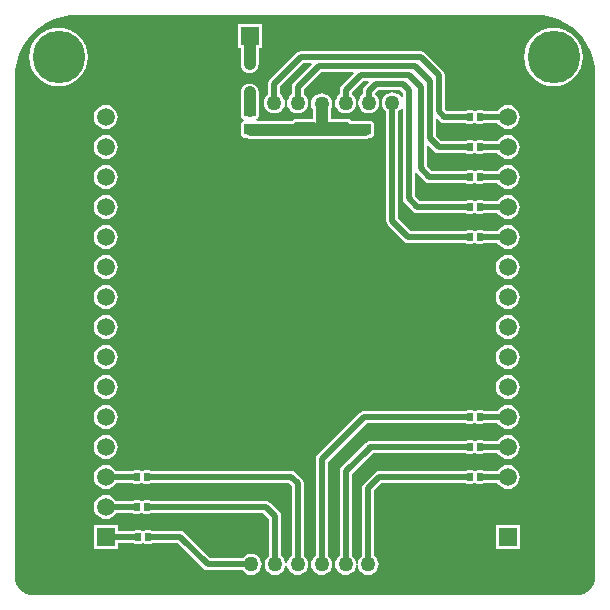
<source format=gtl>
%FSLAX25Y25*%
%MOIN*%
G70*
G01*
G75*
G04 Layer_Physical_Order=1*
G04 Layer_Color=255*
%ADD10C,0.03937*%
G04:AMPARAMS|DCode=11|XSize=19.69mil|YSize=31.5mil|CornerRadius=0.98mil|HoleSize=0mil|Usage=FLASHONLY|Rotation=180.000|XOffset=0mil|YOffset=0mil|HoleType=Round|Shape=RoundedRectangle|*
%AMROUNDEDRECTD11*
21,1,0.01969,0.02953,0,0,180.0*
21,1,0.01772,0.03150,0,0,180.0*
1,1,0.00197,-0.00886,0.01476*
1,1,0.00197,0.00886,0.01476*
1,1,0.00197,0.00886,-0.01476*
1,1,0.00197,-0.00886,-0.01476*
%
%ADD11ROUNDEDRECTD11*%
G04:AMPARAMS|DCode=12|XSize=35.43mil|YSize=39.37mil|CornerRadius=1.77mil|HoleSize=0mil|Usage=FLASHONLY|Rotation=270.000|XOffset=0mil|YOffset=0mil|HoleType=Round|Shape=RoundedRectangle|*
%AMROUNDEDRECTD12*
21,1,0.03543,0.03583,0,0,270.0*
21,1,0.03189,0.03937,0,0,270.0*
1,1,0.00354,-0.01791,-0.01595*
1,1,0.00354,-0.01791,0.01595*
1,1,0.00354,0.01791,0.01595*
1,1,0.00354,0.01791,-0.01595*
%
%ADD12ROUNDEDRECTD12*%
G04:AMPARAMS|DCode=13|XSize=19.69mil|YSize=23.62mil|CornerRadius=0.98mil|HoleSize=0mil|Usage=FLASHONLY|Rotation=0.000|XOffset=0mil|YOffset=0mil|HoleType=Round|Shape=RoundedRectangle|*
%AMROUNDEDRECTD13*
21,1,0.01969,0.02165,0,0,0.0*
21,1,0.01772,0.02362,0,0,0.0*
1,1,0.00197,0.00886,-0.01083*
1,1,0.00197,-0.00886,-0.01083*
1,1,0.00197,-0.00886,0.01083*
1,1,0.00197,0.00886,0.01083*
%
%ADD13ROUNDEDRECTD13*%
G04:AMPARAMS|DCode=14|XSize=47.24mil|YSize=70.87mil|CornerRadius=4.72mil|HoleSize=0mil|Usage=FLASHONLY|Rotation=270.000|XOffset=0mil|YOffset=0mil|HoleType=Round|Shape=RoundedRectangle|*
%AMROUNDEDRECTD14*
21,1,0.04724,0.06142,0,0,270.0*
21,1,0.03780,0.07087,0,0,270.0*
1,1,0.00945,-0.03071,-0.01890*
1,1,0.00945,-0.03071,0.01890*
1,1,0.00945,0.03071,0.01890*
1,1,0.00945,0.03071,-0.01890*
%
%ADD14ROUNDEDRECTD14*%
G04:AMPARAMS|DCode=15|XSize=196.85mil|YSize=78.74mil|CornerRadius=3.94mil|HoleSize=0mil|Usage=FLASHONLY|Rotation=270.000|XOffset=0mil|YOffset=0mil|HoleType=Round|Shape=RoundedRectangle|*
%AMROUNDEDRECTD15*
21,1,0.19685,0.07087,0,0,270.0*
21,1,0.18898,0.07874,0,0,270.0*
1,1,0.00787,-0.03543,-0.09449*
1,1,0.00787,-0.03543,0.09449*
1,1,0.00787,0.03543,0.09449*
1,1,0.00787,0.03543,-0.09449*
%
%ADD15ROUNDEDRECTD15*%
%ADD16C,0.01969*%
%ADD17R,0.05906X0.05906*%
%ADD18C,0.05906*%
%ADD19R,0.05906X0.05906*%
%ADD20C,0.17500*%
%ADD21C,0.05000*%
G36*
X22787Y195229D02*
X175169D01*
X175260Y195247D01*
X177790Y195081D01*
X180367Y194569D01*
X182855Y193724D01*
X185211Y192562D01*
X187395Y191103D01*
X189370Y189370D01*
X191103Y187395D01*
X192562Y185211D01*
X193724Y182855D01*
X194569Y180367D01*
X195081Y177790D01*
X195247Y175260D01*
X195229Y175169D01*
Y7874D01*
X195236Y7836D01*
X195120Y6652D01*
X194763Y5477D01*
X194184Y4394D01*
X193405Y3445D01*
X192456Y2666D01*
X191373Y2087D01*
X190198Y1731D01*
X189014Y1614D01*
X188976Y1622D01*
X7874D01*
X7836Y1614D01*
X6652Y1731D01*
X5477Y2087D01*
X4394Y2666D01*
X3445Y3445D01*
X2666Y4394D01*
X2087Y5477D01*
X1731Y6652D01*
X1614Y7836D01*
X1622Y7874D01*
Y174063D01*
X1602Y174163D01*
X1777Y176829D01*
X2317Y179548D01*
X3208Y182173D01*
X4434Y184659D01*
X5974Y186964D01*
X7802Y189048D01*
X9886Y190876D01*
X12191Y192416D01*
X14677Y193642D01*
X17302Y194533D01*
X20021Y195074D01*
X22687Y195249D01*
X22787Y195229D01*
D02*
G37*
%LPC*%
G36*
X32000Y85085D02*
X30968Y84949D01*
X30007Y84551D01*
X29181Y83918D01*
X28547Y83092D01*
X28149Y82130D01*
X28013Y81098D01*
X28149Y80067D01*
X28547Y79105D01*
X29181Y78279D01*
X30007Y77646D01*
X30968Y77247D01*
X32000Y77112D01*
X33032Y77247D01*
X33993Y77646D01*
X34819Y78279D01*
X35453Y79105D01*
X35851Y80067D01*
X35987Y81098D01*
X35851Y82130D01*
X35453Y83092D01*
X34819Y83918D01*
X33993Y84551D01*
X33032Y84949D01*
X32000Y85085D01*
D02*
G37*
G36*
X166000Y75087D02*
X164968Y74951D01*
X164007Y74553D01*
X163181Y73919D01*
X162547Y73093D01*
X162149Y72132D01*
X162013Y71100D01*
X162149Y70068D01*
X162547Y69107D01*
X163181Y68281D01*
X164007Y67647D01*
X164968Y67249D01*
X166000Y67113D01*
X167032Y67249D01*
X167993Y67647D01*
X168819Y68281D01*
X169453Y69107D01*
X169851Y70068D01*
X169987Y71100D01*
X169851Y72132D01*
X169453Y73093D01*
X168819Y73919D01*
X167993Y74553D01*
X167032Y74951D01*
X166000Y75087D01*
D02*
G37*
G36*
X32000Y75085D02*
X30968Y74949D01*
X30007Y74551D01*
X29181Y73918D01*
X28547Y73092D01*
X28149Y72130D01*
X28013Y71098D01*
X28149Y70066D01*
X28547Y69105D01*
X29181Y68279D01*
X30007Y67646D01*
X30968Y67247D01*
X32000Y67112D01*
X33032Y67247D01*
X33993Y67646D01*
X34819Y68279D01*
X35453Y69105D01*
X35851Y70066D01*
X35987Y71098D01*
X35851Y72130D01*
X35453Y73092D01*
X34819Y73918D01*
X33993Y74551D01*
X33032Y74949D01*
X32000Y75085D01*
D02*
G37*
G36*
X166000Y95087D02*
X164968Y94951D01*
X164007Y94553D01*
X163181Y93919D01*
X162547Y93093D01*
X162149Y92132D01*
X162013Y91100D01*
X162149Y90068D01*
X162547Y89107D01*
X163181Y88281D01*
X164007Y87647D01*
X164968Y87249D01*
X166000Y87113D01*
X167032Y87249D01*
X167993Y87647D01*
X168819Y88281D01*
X169453Y89107D01*
X169851Y90068D01*
X169987Y91100D01*
X169851Y92132D01*
X169453Y93093D01*
X168819Y93919D01*
X167993Y94553D01*
X167032Y94951D01*
X166000Y95087D01*
D02*
G37*
G36*
X32000Y95085D02*
X30968Y94949D01*
X30007Y94551D01*
X29181Y93918D01*
X28547Y93092D01*
X28149Y92130D01*
X28013Y91098D01*
X28149Y90066D01*
X28547Y89105D01*
X29181Y88279D01*
X30007Y87646D01*
X30968Y87247D01*
X32000Y87112D01*
X33032Y87247D01*
X33993Y87646D01*
X34819Y88279D01*
X35453Y89105D01*
X35851Y90066D01*
X35987Y91098D01*
X35851Y92130D01*
X35453Y93092D01*
X34819Y93918D01*
X33993Y94551D01*
X33032Y94949D01*
X32000Y95085D01*
D02*
G37*
G36*
X166000Y85087D02*
X164968Y84951D01*
X164007Y84553D01*
X163181Y83919D01*
X162547Y83093D01*
X162149Y82132D01*
X162013Y81100D01*
X162149Y80068D01*
X162547Y79107D01*
X163181Y78281D01*
X164007Y77647D01*
X164968Y77249D01*
X166000Y77113D01*
X167032Y77249D01*
X167993Y77647D01*
X168819Y78281D01*
X169453Y79107D01*
X169851Y80068D01*
X169987Y81100D01*
X169851Y82132D01*
X169453Y83093D01*
X168819Y83919D01*
X167993Y84553D01*
X167032Y84951D01*
X166000Y85087D01*
D02*
G37*
G36*
Y65087D02*
X164968Y64951D01*
X164007Y64553D01*
X163181Y63919D01*
X162570Y63123D01*
X158126D01*
X157988Y63216D01*
X157559Y63301D01*
X155787D01*
X155359Y63216D01*
X155000Y62976D01*
X154641Y63216D01*
X154213Y63301D01*
X152441D01*
X152012Y63216D01*
X151871Y63122D01*
X118098D01*
X117324Y62968D01*
X116668Y62529D01*
X102569Y48431D01*
X102131Y47774D01*
X101977Y47000D01*
Y14859D01*
X101504Y14496D01*
X100943Y13765D01*
X100590Y12914D01*
X100470Y12000D01*
X100590Y11086D01*
X100943Y10235D01*
X101504Y9504D01*
X102235Y8943D01*
X103086Y8590D01*
X104000Y8470D01*
X104914Y8590D01*
X105765Y8943D01*
X106496Y9504D01*
X107057Y10235D01*
X107410Y11086D01*
X107530Y12000D01*
X107410Y12914D01*
X107057Y13765D01*
X106496Y14496D01*
X106023Y14859D01*
Y46162D01*
X118936Y59075D01*
X151871D01*
X152012Y58981D01*
X152441Y58896D01*
X154213D01*
X154641Y58981D01*
X155000Y59221D01*
X155359Y58981D01*
X155787Y58896D01*
X157559D01*
X157988Y58981D01*
X158131Y59077D01*
X162570D01*
X163181Y58281D01*
X164007Y57647D01*
X164968Y57249D01*
X166000Y57113D01*
X167032Y57249D01*
X167993Y57647D01*
X168819Y58281D01*
X169453Y59107D01*
X169851Y60068D01*
X169987Y61100D01*
X169851Y62132D01*
X169453Y63093D01*
X168819Y63919D01*
X167993Y64553D01*
X167032Y64951D01*
X166000Y65087D01*
D02*
G37*
G36*
X169953Y25053D02*
X162047D01*
Y17147D01*
X169953D01*
Y25053D01*
D02*
G37*
G36*
X32000Y45085D02*
X30968Y44949D01*
X30007Y44551D01*
X29181Y43918D01*
X28547Y43092D01*
X28149Y42130D01*
X28013Y41098D01*
X28149Y40067D01*
X28547Y39105D01*
X29181Y38279D01*
X30007Y37646D01*
X30968Y37247D01*
X32000Y37112D01*
X33032Y37247D01*
X33993Y37646D01*
X34819Y38279D01*
X35430Y39075D01*
X40871D01*
X41012Y38981D01*
X41441Y38896D01*
X43213D01*
X43641Y38981D01*
X44000Y39221D01*
X44359Y38981D01*
X44787Y38896D01*
X46559D01*
X46988Y38981D01*
X47129Y39075D01*
X93064D01*
X93977Y38162D01*
Y14859D01*
X93504Y14496D01*
X92943Y13765D01*
X92590Y12914D01*
X92500Y12229D01*
X92000D01*
X91910Y12914D01*
X91557Y13765D01*
X90996Y14496D01*
X90523Y14859D01*
Y28000D01*
X90369Y28774D01*
X89931Y29431D01*
X86832Y32529D01*
X86176Y32967D01*
X85402Y33122D01*
X47129D01*
X46988Y33216D01*
X46559Y33301D01*
X44787D01*
X44359Y33216D01*
X44000Y32976D01*
X43641Y33216D01*
X43213Y33301D01*
X41441D01*
X41012Y33216D01*
X40871Y33122D01*
X35430D01*
X34819Y33918D01*
X33993Y34551D01*
X33032Y34949D01*
X32000Y35085D01*
X30968Y34949D01*
X30007Y34551D01*
X29181Y33918D01*
X28547Y33092D01*
X28149Y32130D01*
X28013Y31098D01*
X28149Y30067D01*
X28547Y29105D01*
X29181Y28279D01*
X30007Y27646D01*
X30968Y27247D01*
X32000Y27112D01*
X33032Y27247D01*
X33993Y27646D01*
X34819Y28279D01*
X35430Y29075D01*
X40871D01*
X41012Y28981D01*
X41441Y28896D01*
X43213D01*
X43641Y28981D01*
X44000Y29221D01*
X44359Y28981D01*
X44787Y28896D01*
X46559D01*
X46988Y28981D01*
X47129Y29075D01*
X84564D01*
X86477Y27162D01*
Y14859D01*
X86004Y14496D01*
X85443Y13765D01*
X85090Y12914D01*
X84970Y12000D01*
X85090Y11086D01*
X85443Y10235D01*
X86004Y9504D01*
X86735Y8943D01*
X87586Y8590D01*
X88500Y8470D01*
X89414Y8590D01*
X90265Y8943D01*
X90996Y9504D01*
X91557Y10235D01*
X91910Y11086D01*
X92000Y11771D01*
X92500D01*
X92590Y11086D01*
X92943Y10235D01*
X93504Y9504D01*
X94235Y8943D01*
X95086Y8590D01*
X96000Y8470D01*
X96914Y8590D01*
X97765Y8943D01*
X98496Y9504D01*
X99057Y10235D01*
X99410Y11086D01*
X99530Y12000D01*
X99410Y12914D01*
X99057Y13765D01*
X98496Y14496D01*
X98023Y14859D01*
Y39000D01*
X97869Y39774D01*
X97431Y40431D01*
X95332Y42529D01*
X94676Y42968D01*
X93902Y43122D01*
X47129D01*
X46988Y43216D01*
X46559Y43301D01*
X44787D01*
X44359Y43216D01*
X44000Y42976D01*
X43641Y43216D01*
X43213Y43301D01*
X41441D01*
X41012Y43216D01*
X40871Y43122D01*
X35430D01*
X34819Y43918D01*
X33993Y44551D01*
X33032Y44949D01*
X32000Y45085D01*
D02*
G37*
G36*
X35953Y25051D02*
X28047D01*
Y17146D01*
X35953D01*
Y19075D01*
X41271D01*
X41412Y18981D01*
X41841Y18896D01*
X43613D01*
X44041Y18981D01*
X44400Y19221D01*
X44759Y18981D01*
X45187Y18896D01*
X46959D01*
X47388Y18981D01*
X47529Y19075D01*
X56064D01*
X64569Y10570D01*
X64569Y10570D01*
X64569D01*
X64569Y10569D01*
X64569D01*
X64569Y10569D01*
Y10569D01*
Y10569D01*
D01*
D01*
X64569D01*
Y10569D01*
X65226Y10131D01*
X66000Y9977D01*
X77641D01*
X78004Y9504D01*
X78735Y8943D01*
X79586Y8590D01*
X80500Y8470D01*
X81414Y8590D01*
X82265Y8943D01*
X82996Y9504D01*
X83557Y10235D01*
X83910Y11086D01*
X84030Y12000D01*
X83910Y12914D01*
X83557Y13765D01*
X82996Y14496D01*
X82265Y15057D01*
X81414Y15410D01*
X80500Y15530D01*
X79586Y15410D01*
X78735Y15057D01*
X78004Y14496D01*
X77641Y14023D01*
X66838D01*
X58332Y22529D01*
X57676Y22967D01*
X56902Y23122D01*
X47529D01*
X47388Y23216D01*
X46959Y23301D01*
X45187D01*
X44759Y23216D01*
X44400Y22976D01*
X44041Y23216D01*
X43613Y23301D01*
X41841D01*
X41412Y23216D01*
X41271Y23122D01*
X35953D01*
Y25051D01*
D02*
G37*
G36*
X32000Y65085D02*
X30968Y64949D01*
X30007Y64551D01*
X29181Y63918D01*
X28547Y63092D01*
X28149Y62130D01*
X28013Y61098D01*
X28149Y60066D01*
X28547Y59105D01*
X29181Y58279D01*
X30007Y57646D01*
X30968Y57247D01*
X32000Y57112D01*
X33032Y57247D01*
X33993Y57646D01*
X34819Y58279D01*
X35453Y59105D01*
X35851Y60066D01*
X35987Y61098D01*
X35851Y62130D01*
X35453Y63092D01*
X34819Y63918D01*
X33993Y64551D01*
X33032Y64949D01*
X32000Y65085D01*
D02*
G37*
G36*
X166000Y55087D02*
X164968Y54951D01*
X164007Y54553D01*
X163181Y53919D01*
X162570Y53123D01*
X158126D01*
X157988Y53216D01*
X157559Y53301D01*
X155787D01*
X155359Y53216D01*
X155000Y52976D01*
X154641Y53216D01*
X154213Y53301D01*
X152441D01*
X152012Y53216D01*
X151871Y53122D01*
X120098D01*
X119324Y52968D01*
X118668Y52529D01*
X118169Y52031D01*
X110569Y44431D01*
X110131Y43774D01*
X109977Y43000D01*
Y14859D01*
X109504Y14496D01*
X108943Y13765D01*
X108590Y12914D01*
X108470Y12000D01*
X108590Y11086D01*
X108943Y10235D01*
X109504Y9504D01*
X110235Y8943D01*
X111086Y8590D01*
X112000Y8470D01*
X112914Y8590D01*
X113765Y8943D01*
X114496Y9504D01*
X115057Y10235D01*
X115410Y11086D01*
X115500Y11771D01*
X116000D01*
X116090Y11086D01*
X116443Y10235D01*
X117004Y9504D01*
X117735Y8943D01*
X118586Y8590D01*
X119500Y8470D01*
X120414Y8590D01*
X121265Y8943D01*
X121996Y9504D01*
X122557Y10235D01*
X122910Y11086D01*
X123030Y12000D01*
X122910Y12914D01*
X122557Y13765D01*
X121996Y14496D01*
X121523Y14859D01*
Y36662D01*
X123936Y39075D01*
X151871D01*
X152012Y38981D01*
X152441Y38896D01*
X154213D01*
X154641Y38981D01*
X155000Y39221D01*
X155359Y38981D01*
X155787Y38896D01*
X157559D01*
X157988Y38981D01*
X158131Y39077D01*
X162570D01*
X163181Y38281D01*
X164007Y37647D01*
X164968Y37249D01*
X166000Y37113D01*
X167032Y37249D01*
X167993Y37647D01*
X168819Y38281D01*
X169453Y39107D01*
X169851Y40068D01*
X169987Y41100D01*
X169851Y42132D01*
X169453Y43093D01*
X168819Y43919D01*
X167993Y44553D01*
X167032Y44951D01*
X166000Y45087D01*
X164968Y44951D01*
X164007Y44553D01*
X163181Y43919D01*
X162570Y43123D01*
X158126D01*
X157988Y43216D01*
X157559Y43301D01*
X156784D01*
X156673Y43323D01*
X156562Y43301D01*
X155787D01*
X155359Y43216D01*
X155000Y42976D01*
X154641Y43216D01*
X154213Y43301D01*
X152441D01*
X152012Y43216D01*
X151871Y43122D01*
X123098D01*
X122324Y42968D01*
X121668Y42529D01*
X118069Y38931D01*
X117631Y38274D01*
X117477Y37500D01*
Y14859D01*
X117004Y14496D01*
X116443Y13765D01*
X116090Y12914D01*
X116000Y12229D01*
X115500D01*
X115410Y12914D01*
X115057Y13765D01*
X114496Y14496D01*
X114023Y14859D01*
Y42162D01*
X120936Y49075D01*
X151871D01*
X152012Y48981D01*
X152441Y48896D01*
X154213D01*
X154641Y48981D01*
X155000Y49221D01*
X155359Y48981D01*
X155787Y48896D01*
X157559D01*
X157988Y48981D01*
X158131Y49077D01*
X162570D01*
X163181Y48281D01*
X164007Y47647D01*
X164968Y47249D01*
X166000Y47113D01*
X167032Y47249D01*
X167993Y47647D01*
X168819Y48281D01*
X169453Y49107D01*
X169851Y50068D01*
X169987Y51100D01*
X169851Y52132D01*
X169453Y53093D01*
X168819Y53919D01*
X167993Y54553D01*
X167032Y54951D01*
X166000Y55087D01*
D02*
G37*
G36*
X32000Y55085D02*
X30968Y54949D01*
X30007Y54551D01*
X29181Y53918D01*
X28547Y53092D01*
X28149Y52130D01*
X28013Y51098D01*
X28149Y50067D01*
X28547Y49105D01*
X29181Y48279D01*
X30007Y47646D01*
X30968Y47247D01*
X32000Y47112D01*
X33032Y47247D01*
X33993Y47646D01*
X34819Y48279D01*
X35453Y49105D01*
X35851Y50067D01*
X35987Y51098D01*
X35851Y52130D01*
X35453Y53092D01*
X34819Y53918D01*
X33993Y54551D01*
X33032Y54949D01*
X32000Y55085D01*
D02*
G37*
G36*
Y165085D02*
X30968Y164949D01*
X30007Y164551D01*
X29181Y163918D01*
X28547Y163092D01*
X28149Y162130D01*
X28013Y161098D01*
X28149Y160067D01*
X28547Y159105D01*
X29181Y158279D01*
X30007Y157646D01*
X30968Y157247D01*
X32000Y157112D01*
X33032Y157247D01*
X33993Y157646D01*
X34819Y158279D01*
X35453Y159105D01*
X35851Y160067D01*
X35987Y161098D01*
X35851Y162130D01*
X35453Y163092D01*
X34819Y163918D01*
X33993Y164551D01*
X33032Y164949D01*
X32000Y165085D01*
D02*
G37*
G36*
X80000Y172270D02*
X79225Y172168D01*
X78503Y171869D01*
X77883Y171393D01*
X77407Y170773D01*
X77108Y170051D01*
X77006Y169276D01*
Y163000D01*
X77008Y162980D01*
Y161406D01*
X77100Y160946D01*
X77360Y160557D01*
X77749Y160297D01*
X77984Y160250D01*
Y159750D01*
X77749Y159703D01*
X77360Y159443D01*
X77100Y159054D01*
X77008Y158595D01*
Y155405D01*
X77100Y154946D01*
X77360Y154557D01*
X77749Y154297D01*
X78209Y154205D01*
X78990D01*
X79708Y153908D01*
X80483Y153806D01*
X94749D01*
X94855Y153735D01*
X95429Y153621D01*
X101571D01*
X102145Y153735D01*
X102251Y153806D01*
X105749D01*
X105855Y153735D01*
X106429Y153621D01*
X112571D01*
X113145Y153735D01*
X113251Y153806D01*
X118300D01*
X119075Y153908D01*
X119793Y154205D01*
X120291D01*
X120751Y154297D01*
X121140Y154557D01*
X121400Y154946D01*
X121492Y155405D01*
Y158595D01*
X121400Y159054D01*
X121140Y159443D01*
X120751Y159703D01*
X120291Y159795D01*
X116709D01*
X116706Y159794D01*
X113745D01*
X113632Y159963D01*
X113145Y160289D01*
X112571Y160403D01*
X106931D01*
Y163616D01*
X106994Y163698D01*
X107347Y164549D01*
X107467Y165463D01*
X107347Y166377D01*
X106994Y167228D01*
X106433Y167959D01*
X105702Y168520D01*
X104851Y168873D01*
X103937Y168993D01*
X103023Y168873D01*
X102172Y168520D01*
X101441Y167959D01*
X100880Y167228D01*
X100527Y166377D01*
X100407Y165463D01*
X100527Y164549D01*
X100880Y163698D01*
X100943Y163616D01*
Y160403D01*
X95429D01*
X94855Y160289D01*
X94368Y159963D01*
X94255Y159794D01*
X82275D01*
X82226Y160292D01*
X82251Y160297D01*
X82640Y160557D01*
X82900Y160946D01*
X82992Y161406D01*
Y162980D01*
X82994Y163000D01*
Y169276D01*
X82892Y170051D01*
X82593Y170773D01*
X82117Y171393D01*
X81497Y171869D01*
X80775Y172168D01*
X80000Y172270D01*
D02*
G37*
G36*
X32000Y155085D02*
X30968Y154949D01*
X30007Y154551D01*
X29181Y153918D01*
X28547Y153092D01*
X28149Y152130D01*
X28013Y151098D01*
X28149Y150067D01*
X28547Y149105D01*
X29181Y148279D01*
X30007Y147646D01*
X30968Y147247D01*
X32000Y147112D01*
X33032Y147247D01*
X33993Y147646D01*
X34819Y148279D01*
X35453Y149105D01*
X35851Y150067D01*
X35987Y151098D01*
X35851Y152130D01*
X35453Y153092D01*
X34819Y153918D01*
X33993Y154551D01*
X33032Y154949D01*
X32000Y155085D01*
D02*
G37*
G36*
X137000Y183023D02*
X97000D01*
X96226Y182869D01*
X95569Y182431D01*
X86758Y173620D01*
X86320Y172963D01*
X86166Y172189D01*
Y168670D01*
X85693Y168307D01*
X85132Y167576D01*
X84779Y166725D01*
X84659Y165811D01*
X84779Y164897D01*
X85132Y164046D01*
X85693Y163315D01*
X86424Y162754D01*
X87275Y162401D01*
X88189Y162281D01*
X89103Y162401D01*
X89954Y162754D01*
X90685Y163315D01*
X91246Y164046D01*
X91599Y164897D01*
X91719Y165811D01*
X91599Y166725D01*
X91246Y167576D01*
X90685Y168307D01*
X90212Y168670D01*
Y171351D01*
X97838Y178977D01*
X100462D01*
X100654Y178515D01*
X94569Y172431D01*
X94131Y171774D01*
X93977Y171000D01*
Y168670D01*
X93504Y168307D01*
X92943Y167576D01*
X92590Y166725D01*
X92470Y165811D01*
X92590Y164897D01*
X92943Y164046D01*
X93504Y163315D01*
X94235Y162754D01*
X95086Y162401D01*
X96000Y162281D01*
X96914Y162401D01*
X97765Y162754D01*
X98496Y163315D01*
X99057Y164046D01*
X99410Y164897D01*
X99530Y165811D01*
X99410Y166725D01*
X99057Y167576D01*
X98496Y168307D01*
X98023Y168670D01*
Y170162D01*
X103838Y175977D01*
X114462D01*
X114654Y175515D01*
X110569Y171431D01*
X110131Y170774D01*
X109977Y170000D01*
Y168670D01*
X109504Y168307D01*
X108943Y167576D01*
X108590Y166725D01*
X108470Y165811D01*
X108590Y164897D01*
X108943Y164046D01*
X109504Y163315D01*
X110235Y162754D01*
X111086Y162401D01*
X112000Y162281D01*
X112914Y162401D01*
X113765Y162754D01*
X114496Y163315D01*
X115057Y164046D01*
X115410Y164897D01*
X115530Y165811D01*
X115410Y166725D01*
X115057Y167576D01*
X114496Y168307D01*
X114023Y168670D01*
Y169162D01*
X117838Y172977D01*
X119463D01*
X119654Y172515D01*
X118254Y171116D01*
X117816Y170459D01*
X117662Y169685D01*
Y168670D01*
X117189Y168307D01*
X116628Y167576D01*
X116275Y166725D01*
X116155Y165811D01*
X116275Y164897D01*
X116628Y164046D01*
X117189Y163315D01*
X117920Y162754D01*
X118771Y162401D01*
X119685Y162281D01*
X120599Y162401D01*
X121450Y162754D01*
X122181Y163315D01*
X122742Y164046D01*
X123095Y164897D01*
X123215Y165811D01*
X123095Y166725D01*
X122742Y167576D01*
X122181Y168307D01*
X121909Y168516D01*
X121876Y169015D01*
X122838Y169977D01*
X130162D01*
X130977Y169162D01*
Y167884D01*
X130503Y167723D01*
X130055Y168307D01*
X129324Y168868D01*
X128473Y169221D01*
X127559Y169341D01*
X126645Y169221D01*
X125794Y168868D01*
X125063Y168307D01*
X124502Y167576D01*
X124149Y166725D01*
X124029Y165811D01*
X124149Y164897D01*
X124502Y164046D01*
X125063Y163315D01*
X125536Y162952D01*
Y126441D01*
X125536Y126441D01*
X125536D01*
X125690Y125667D01*
X126128Y125010D01*
X131471Y119668D01*
X132127Y119229D01*
X132902Y119075D01*
X151871D01*
X152012Y118981D01*
X152441Y118896D01*
X154213D01*
X154641Y118981D01*
X155000Y119221D01*
X155359Y118981D01*
X155787Y118896D01*
X157559D01*
X157988Y118981D01*
X158129Y119075D01*
X162571D01*
X163181Y118281D01*
X164007Y117647D01*
X164968Y117249D01*
X166000Y117113D01*
X167032Y117249D01*
X167993Y117647D01*
X168819Y118281D01*
X169453Y119107D01*
X169851Y120068D01*
X169987Y121100D01*
X169851Y122132D01*
X169453Y123093D01*
X168819Y123919D01*
X167993Y124553D01*
X167032Y124951D01*
X166000Y125087D01*
X164968Y124951D01*
X164007Y124553D01*
X163181Y123919D01*
X162569Y123122D01*
X158129D01*
X157988Y123216D01*
X157559Y123301D01*
X155787D01*
X155359Y123216D01*
X155000Y122976D01*
X154641Y123216D01*
X154213Y123301D01*
X152441D01*
X152012Y123216D01*
X151871Y123122D01*
X133740D01*
X129582Y127279D01*
Y162952D01*
X130055Y163315D01*
X130503Y163899D01*
X130977Y163738D01*
Y134000D01*
X130977Y134000D01*
X130977D01*
X131131Y133226D01*
X131569Y132569D01*
X134471Y129668D01*
X135127Y129229D01*
X135902Y129075D01*
X151871D01*
X152012Y128981D01*
X152441Y128896D01*
X154213D01*
X154641Y128981D01*
X155000Y129221D01*
X155359Y128981D01*
X155787Y128896D01*
X157559D01*
X157988Y128981D01*
X158129Y129075D01*
X162571D01*
X163181Y128281D01*
X164007Y127647D01*
X164968Y127249D01*
X166000Y127113D01*
X167032Y127249D01*
X167993Y127647D01*
X168819Y128281D01*
X169453Y129107D01*
X169851Y130068D01*
X169987Y131100D01*
X169851Y132132D01*
X169453Y133093D01*
X168819Y133919D01*
X167993Y134553D01*
X167032Y134951D01*
X166000Y135087D01*
X164968Y134951D01*
X164007Y134553D01*
X163181Y133919D01*
X162569Y133122D01*
X158129D01*
X157988Y133216D01*
X157559Y133301D01*
X155787D01*
X155359Y133216D01*
X155000Y132976D01*
X154641Y133216D01*
X154213Y133301D01*
X152441D01*
X152012Y133216D01*
X151871Y133122D01*
X136740D01*
X135023Y134838D01*
Y142526D01*
X135502Y142671D01*
X135569Y142569D01*
X138471Y139668D01*
X139127Y139229D01*
X139902Y139075D01*
X151871D01*
X152012Y138981D01*
X152441Y138896D01*
X154213D01*
X154641Y138981D01*
X155000Y139221D01*
X155359Y138981D01*
X155787Y138896D01*
X157559D01*
X157988Y138981D01*
X158129Y139075D01*
X162571D01*
X163181Y138281D01*
X164007Y137647D01*
X164968Y137249D01*
X166000Y137113D01*
X167032Y137249D01*
X167993Y137647D01*
X168819Y138281D01*
X169453Y139107D01*
X169851Y140068D01*
X169987Y141100D01*
X169851Y142132D01*
X169453Y143093D01*
X168819Y143919D01*
X167993Y144553D01*
X167032Y144951D01*
X166000Y145087D01*
X164968Y144951D01*
X164007Y144553D01*
X163181Y143919D01*
X162569Y143122D01*
X158129D01*
X157988Y143216D01*
X157559Y143301D01*
X155787D01*
X155359Y143216D01*
X155000Y142976D01*
X154641Y143216D01*
X154213Y143301D01*
X152441D01*
X152012Y143216D01*
X151871Y143122D01*
X140740D01*
X139023Y144838D01*
Y151462D01*
X139485Y151654D01*
X141569Y149569D01*
X142226Y149131D01*
X143000Y148977D01*
X152033D01*
X152441Y148896D01*
X154213D01*
X154641Y148981D01*
X155000Y149221D01*
X155359Y148981D01*
X155787Y148896D01*
X157559D01*
X157988Y148981D01*
X158129Y149075D01*
X162571D01*
X163181Y148281D01*
X164007Y147647D01*
X164968Y147249D01*
X166000Y147113D01*
X167032Y147249D01*
X167993Y147647D01*
X168819Y148281D01*
X169453Y149107D01*
X169851Y150068D01*
X169987Y151100D01*
X169851Y152132D01*
X169453Y153093D01*
X168819Y153919D01*
X167993Y154553D01*
X167032Y154951D01*
X166000Y155087D01*
X164968Y154951D01*
X164007Y154553D01*
X163181Y153919D01*
X162569Y153122D01*
X158129D01*
X157988Y153216D01*
X157559Y153301D01*
X155787D01*
X155359Y153216D01*
X155000Y152976D01*
X154641Y153216D01*
X154213Y153301D01*
X152441D01*
X152012Y153216D01*
X151724Y153023D01*
X143838D01*
X142023Y154838D01*
Y160462D01*
X142485Y160654D01*
X143471Y159668D01*
X144127Y159229D01*
X144902Y159075D01*
X151871D01*
X152012Y158981D01*
X152441Y158896D01*
X154213D01*
X154641Y158981D01*
X155000Y159221D01*
X155359Y158981D01*
X155787Y158896D01*
X157559D01*
X157988Y158981D01*
X158129Y159075D01*
X162571D01*
X163181Y158281D01*
X164007Y157647D01*
X164968Y157249D01*
X166000Y157113D01*
X167032Y157249D01*
X167993Y157647D01*
X168819Y158281D01*
X169453Y159107D01*
X169851Y160068D01*
X169987Y161100D01*
X169851Y162132D01*
X169453Y163093D01*
X168819Y163919D01*
X167993Y164553D01*
X167032Y164951D01*
X166000Y165087D01*
X164968Y164951D01*
X164007Y164553D01*
X163181Y163919D01*
X162569Y163122D01*
X158129D01*
X157988Y163216D01*
X157559Y163301D01*
X155787D01*
X155359Y163216D01*
X155000Y162976D01*
X154641Y163216D01*
X154213Y163301D01*
X152441D01*
X152012Y163216D01*
X151871Y163122D01*
X145740D01*
X145023Y163838D01*
Y175000D01*
X144869Y175774D01*
X144431Y176431D01*
X138431Y182431D01*
X137774Y182869D01*
X137000Y183023D01*
D02*
G37*
G36*
X83953Y191953D02*
X76047D01*
Y184047D01*
X77006D01*
Y178724D01*
X77108Y177950D01*
X77407Y177227D01*
X77883Y176607D01*
X78503Y176131D01*
X79225Y175832D01*
X80000Y175730D01*
X80775Y175832D01*
X81497Y176131D01*
X82117Y176607D01*
X82593Y177227D01*
X82892Y177950D01*
X82994Y178724D01*
Y184047D01*
X83953D01*
Y191953D01*
D02*
G37*
G36*
X181290Y190886D02*
X179379Y190697D01*
X177541Y190140D01*
X175847Y189234D01*
X174362Y188016D01*
X173144Y186531D01*
X172239Y184838D01*
X171681Y183000D01*
X171493Y181088D01*
X171681Y179177D01*
X172239Y177339D01*
X173144Y175645D01*
X174362Y174161D01*
X175847Y172942D01*
X177541Y172037D01*
X179379Y171479D01*
X181290Y171291D01*
X183201Y171479D01*
X185039Y172037D01*
X186733Y172942D01*
X188218Y174161D01*
X189436Y175645D01*
X190341Y177339D01*
X190899Y179177D01*
X191087Y181088D01*
X190899Y183000D01*
X190341Y184838D01*
X189436Y186531D01*
X188218Y188016D01*
X186733Y189234D01*
X185039Y190140D01*
X183201Y190697D01*
X181290Y190886D01*
D02*
G37*
G36*
X16290D02*
X14379Y190697D01*
X12541Y190140D01*
X10847Y189234D01*
X9362Y188016D01*
X8144Y186531D01*
X7239Y184838D01*
X6681Y183000D01*
X6493Y181088D01*
X6681Y179177D01*
X7239Y177339D01*
X8144Y175645D01*
X9362Y174161D01*
X10847Y172942D01*
X12541Y172037D01*
X14379Y171479D01*
X16290Y171291D01*
X18201Y171479D01*
X20039Y172037D01*
X21733Y172942D01*
X23218Y174161D01*
X24436Y175645D01*
X25341Y177339D01*
X25899Y179177D01*
X26087Y181088D01*
X25899Y183000D01*
X25341Y184838D01*
X24436Y186531D01*
X23218Y188016D01*
X21733Y189234D01*
X20039Y190140D01*
X18201Y190697D01*
X16290Y190886D01*
D02*
G37*
G36*
X32000Y115085D02*
X30968Y114949D01*
X30007Y114551D01*
X29181Y113918D01*
X28547Y113092D01*
X28149Y112130D01*
X28013Y111098D01*
X28149Y110067D01*
X28547Y109105D01*
X29181Y108279D01*
X30007Y107646D01*
X30968Y107247D01*
X32000Y107112D01*
X33032Y107247D01*
X33993Y107646D01*
X34819Y108279D01*
X35453Y109105D01*
X35851Y110067D01*
X35987Y111098D01*
X35851Y112130D01*
X35453Y113092D01*
X34819Y113918D01*
X33993Y114551D01*
X33032Y114949D01*
X32000Y115085D01*
D02*
G37*
G36*
X166000Y105087D02*
X164968Y104951D01*
X164007Y104553D01*
X163181Y103919D01*
X162547Y103093D01*
X162149Y102132D01*
X162013Y101100D01*
X162149Y100068D01*
X162547Y99107D01*
X163181Y98281D01*
X164007Y97647D01*
X164968Y97249D01*
X166000Y97113D01*
X167032Y97249D01*
X167993Y97647D01*
X168819Y98281D01*
X169453Y99107D01*
X169851Y100068D01*
X169987Y101100D01*
X169851Y102132D01*
X169453Y103093D01*
X168819Y103919D01*
X167993Y104553D01*
X167032Y104951D01*
X166000Y105087D01*
D02*
G37*
G36*
X32000Y105085D02*
X30968Y104949D01*
X30007Y104551D01*
X29181Y103918D01*
X28547Y103092D01*
X28149Y102130D01*
X28013Y101098D01*
X28149Y100066D01*
X28547Y99105D01*
X29181Y98279D01*
X30007Y97646D01*
X30968Y97247D01*
X32000Y97112D01*
X33032Y97247D01*
X33993Y97646D01*
X34819Y98279D01*
X35453Y99105D01*
X35851Y100066D01*
X35987Y101098D01*
X35851Y102130D01*
X35453Y103092D01*
X34819Y103918D01*
X33993Y104551D01*
X33032Y104949D01*
X32000Y105085D01*
D02*
G37*
G36*
X166000Y115087D02*
X164968Y114951D01*
X164007Y114553D01*
X163181Y113919D01*
X162547Y113093D01*
X162149Y112132D01*
X162013Y111100D01*
X162149Y110068D01*
X162547Y109107D01*
X163181Y108281D01*
X164007Y107647D01*
X164968Y107249D01*
X166000Y107113D01*
X167032Y107249D01*
X167993Y107647D01*
X168819Y108281D01*
X169453Y109107D01*
X169851Y110068D01*
X169987Y111100D01*
X169851Y112132D01*
X169453Y113093D01*
X168819Y113919D01*
X167993Y114553D01*
X167032Y114951D01*
X166000Y115087D01*
D02*
G37*
G36*
X32000Y145085D02*
X30968Y144949D01*
X30007Y144551D01*
X29181Y143918D01*
X28547Y143092D01*
X28149Y142130D01*
X28013Y141098D01*
X28149Y140067D01*
X28547Y139105D01*
X29181Y138279D01*
X30007Y137646D01*
X30968Y137247D01*
X32000Y137112D01*
X33032Y137247D01*
X33993Y137646D01*
X34819Y138279D01*
X35453Y139105D01*
X35851Y140067D01*
X35987Y141098D01*
X35851Y142130D01*
X35453Y143092D01*
X34819Y143918D01*
X33993Y144551D01*
X33032Y144949D01*
X32000Y145085D01*
D02*
G37*
G36*
Y135085D02*
X30968Y134949D01*
X30007Y134551D01*
X29181Y133918D01*
X28547Y133092D01*
X28149Y132130D01*
X28013Y131098D01*
X28149Y130067D01*
X28547Y129105D01*
X29181Y128279D01*
X30007Y127646D01*
X30968Y127247D01*
X32000Y127112D01*
X33032Y127247D01*
X33993Y127646D01*
X34819Y128279D01*
X35453Y129105D01*
X35851Y130067D01*
X35987Y131098D01*
X35851Y132130D01*
X35453Y133092D01*
X34819Y133918D01*
X33993Y134551D01*
X33032Y134949D01*
X32000Y135085D01*
D02*
G37*
G36*
Y125085D02*
X30968Y124949D01*
X30007Y124551D01*
X29181Y123918D01*
X28547Y123092D01*
X28149Y122130D01*
X28013Y121098D01*
X28149Y120067D01*
X28547Y119105D01*
X29181Y118279D01*
X30007Y117646D01*
X30968Y117247D01*
X32000Y117112D01*
X33032Y117247D01*
X33993Y117646D01*
X34819Y118279D01*
X35453Y119105D01*
X35851Y120067D01*
X35987Y121098D01*
X35851Y122130D01*
X35453Y123092D01*
X34819Y123918D01*
X33993Y124551D01*
X33032Y124949D01*
X32000Y125085D01*
D02*
G37*
%LPD*%
D10*
X103937Y157435D02*
G03*
X104200Y156800I898J0D01*
G01*
X80483D02*
X89700D01*
X104200D02*
X118300D01*
X98500D02*
X104200D01*
X103937Y157435D02*
Y165463D01*
X98288Y156800D02*
X98500Y157012D01*
X89700Y156800D02*
X98288D01*
X80000Y163000D02*
Y169276D01*
Y178724D02*
Y188000D01*
D11*
Y169276D02*
D03*
Y178724D02*
D03*
D12*
Y163000D02*
D03*
Y157000D02*
D03*
X118500Y151000D02*
D03*
Y157000D02*
D03*
X89700Y150800D02*
D03*
Y156800D02*
D03*
D13*
X42327Y41098D02*
D03*
X45673D02*
D03*
X42327Y31098D02*
D03*
X45673D02*
D03*
X42727Y21098D02*
D03*
X46073D02*
D03*
X156673Y61098D02*
D03*
X153327D02*
D03*
X156673Y51098D02*
D03*
X153327D02*
D03*
X156673Y41098D02*
D03*
X153327D02*
D03*
X156673Y161098D02*
D03*
X153327D02*
D03*
X156673Y151098D02*
D03*
X153327D02*
D03*
X156673Y141098D02*
D03*
X153327D02*
D03*
X156673Y131098D02*
D03*
X153327D02*
D03*
X156673Y121098D02*
D03*
X153327D02*
D03*
D14*
X98500Y157012D02*
D03*
Y145988D02*
D03*
X109500Y157012D02*
D03*
Y145988D02*
D03*
D15*
X67232Y184689D02*
D03*
X33768D02*
D03*
D16*
X32000Y21098D02*
X42727D01*
X32000Y31098D02*
X42327D01*
X32000Y41098D02*
X42327D01*
X46073Y21098D02*
X56902D01*
X45673Y31098D02*
X85402D01*
X88500Y28000D01*
X45673Y41098D02*
X93902D01*
X96000Y39000D01*
X104000Y12000D02*
Y47000D01*
X112000Y43000D02*
X119600Y50600D01*
X112000Y12000D02*
Y43000D01*
X119500Y37500D02*
X123098Y41098D01*
X119500Y12500D02*
Y37500D01*
X119600Y50600D02*
X120098Y51098D01*
X66000Y12000D02*
X80500D01*
X56902Y21098D02*
X66000Y12000D01*
X88500D02*
Y28000D01*
X96000Y12000D02*
Y39000D01*
X123098Y41098D02*
X153327D01*
X120098Y51098D02*
X153327D01*
X104000Y47000D02*
X118098Y61098D01*
X153327D01*
X156673Y51098D02*
X156675Y51100D01*
X166000D01*
X156673Y41300D02*
X156873Y41100D01*
X166000D01*
X156675Y61100D02*
X166000D01*
X156673Y121098D02*
X165998D01*
X156673Y131098D02*
X165998D01*
X156673Y141098D02*
X165998D01*
X156673Y151098D02*
X165998D01*
X156673Y161098D02*
X165998D01*
X88189Y165811D02*
Y172189D01*
X97000Y181000D01*
X137000D01*
X143000Y175000D01*
X103000Y178000D02*
X135000D01*
X140000Y173000D01*
X143000Y163000D02*
Y175000D01*
X140000Y154000D02*
Y173000D01*
X143000Y163000D02*
X144902Y161098D01*
X153327D01*
X96000Y171000D02*
X103000Y178000D01*
X137000Y144000D02*
Y171000D01*
X140000Y154000D02*
X143000Y151000D01*
X137000Y144000D02*
X139902Y141098D01*
X143000Y151000D02*
X153000D01*
X133000Y175000D02*
X137000Y171000D01*
X117000Y175000D02*
X133000D01*
X131000Y172000D02*
X133000Y170000D01*
X122000Y172000D02*
X131000D01*
X112000Y170000D02*
X117000Y175000D01*
X119685Y169685D02*
X122000Y172000D01*
X96000Y165811D02*
Y171000D01*
X139902Y141098D02*
X153327D01*
X133000Y134000D02*
Y170000D01*
X112000Y165811D02*
Y170000D01*
X135902Y131098D02*
X153327D01*
X133000Y134000D02*
X135902Y131098D01*
X127559Y126441D02*
Y165811D01*
Y126441D02*
X132902Y121098D01*
X119685Y165811D02*
Y169685D01*
X132902Y121098D02*
X153327D01*
D17*
X80000Y188000D02*
D03*
D18*
X90000D02*
D03*
X166000Y31100D02*
D03*
Y41100D02*
D03*
Y51100D02*
D03*
Y61100D02*
D03*
Y71100D02*
D03*
Y81100D02*
D03*
Y91100D02*
D03*
Y101100D02*
D03*
Y111100D02*
D03*
Y121100D02*
D03*
Y131100D02*
D03*
Y141100D02*
D03*
Y151100D02*
D03*
Y161100D02*
D03*
X32000Y161098D02*
D03*
Y151098D02*
D03*
Y141098D02*
D03*
Y131098D02*
D03*
Y121098D02*
D03*
Y111098D02*
D03*
Y101098D02*
D03*
Y91098D02*
D03*
Y81098D02*
D03*
Y71098D02*
D03*
Y61098D02*
D03*
Y51098D02*
D03*
Y41098D02*
D03*
Y31098D02*
D03*
D19*
X166000Y21100D02*
D03*
X32000Y21098D02*
D03*
D20*
X181290Y181088D02*
D03*
X16290D02*
D03*
D21*
X80500Y12000D02*
D03*
X88500D02*
D03*
X96000D02*
D03*
X119500D02*
D03*
X112000D02*
D03*
X104000D02*
D03*
X103937Y165463D02*
D03*
X88189Y165811D02*
D03*
X119685D02*
D03*
X127559D02*
D03*
X96000D02*
D03*
X112000D02*
D03*
M02*

</source>
